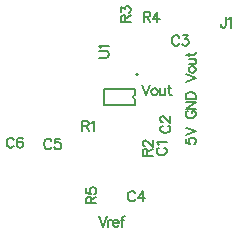
<source format=gto>
G04*
G04 #@! TF.GenerationSoftware,Altium Limited,Altium Designer,18.1.11 (251)*
G04*
G04 Layer_Color=65535*
%FSLAX25Y25*%
%MOIN*%
G70*
G01*
G75*
%ADD10C,0.00787*%
%ADD11C,0.00620*%
D10*
X57284Y49951D02*
G03*
X57284Y48671I0J-640D01*
G01*
X58544Y56811D02*
G03*
X58544Y56811I-379J0D01*
G01*
X57284Y49951D02*
Y51831D01*
Y46791D02*
Y48671D01*
X47047Y46791D02*
X57284D01*
X47047D02*
Y51831D01*
X57284D01*
D11*
X45391Y9531D02*
X46686Y6132D01*
X47981Y9531D02*
X46686Y6132D01*
X48418Y8398D02*
Y6132D01*
Y7427D02*
X48580Y7912D01*
X48904Y8236D01*
X49227Y8398D01*
X49713D01*
X50020Y7427D02*
X51963D01*
Y7750D01*
X51801Y8074D01*
X51639Y8236D01*
X51315Y8398D01*
X50830D01*
X50506Y8236D01*
X50182Y7912D01*
X50020Y7427D01*
Y7103D01*
X50182Y6617D01*
X50506Y6294D01*
X50830Y6132D01*
X51315D01*
X51639Y6294D01*
X51963Y6617D01*
X53986Y9531D02*
X53663D01*
X53339Y9369D01*
X53177Y8884D01*
Y6132D01*
X52691Y8398D02*
X53824D01*
X59853Y53271D02*
X61148Y49872D01*
X62443Y53271D02*
X61148Y49872D01*
X63690Y52138D02*
X63366Y51976D01*
X63042Y51652D01*
X62880Y51167D01*
Y50843D01*
X63042Y50358D01*
X63366Y50034D01*
X63690Y49872D01*
X64175D01*
X64499Y50034D01*
X64823Y50358D01*
X64985Y50843D01*
Y51167D01*
X64823Y51652D01*
X64499Y51976D01*
X64175Y52138D01*
X63690D01*
X65729D02*
Y50519D01*
X65891Y50034D01*
X66215Y49872D01*
X66700D01*
X67024Y50034D01*
X67510Y50519D01*
Y52138D02*
Y49872D01*
X68886Y53271D02*
Y50519D01*
X69047Y50034D01*
X69371Y49872D01*
X69695D01*
X68400Y52138D02*
X69533D01*
X74288Y35451D02*
Y33832D01*
X75745Y33671D01*
X75583Y33832D01*
X75421Y34318D01*
Y34804D01*
X75583Y35289D01*
X75906Y35613D01*
X76392Y35775D01*
X76716D01*
X77201Y35613D01*
X77525Y35289D01*
X77687Y34804D01*
Y34318D01*
X77525Y33832D01*
X77363Y33671D01*
X77040Y33509D01*
X74288Y36536D02*
X77687Y37831D01*
X74288Y39126D02*
X77687Y37831D01*
X75097Y44662D02*
X74773Y44500D01*
X74450Y44176D01*
X74288Y43852D01*
Y43205D01*
X74450Y42881D01*
X74773Y42557D01*
X75097Y42395D01*
X75583Y42234D01*
X76392D01*
X76878Y42395D01*
X77201Y42557D01*
X77525Y42881D01*
X77687Y43205D01*
Y43852D01*
X77525Y44176D01*
X77201Y44500D01*
X76878Y44662D01*
X76392D01*
Y43852D02*
Y44662D01*
X74288Y45439D02*
X77687D01*
X74288D02*
X77687Y47705D01*
X74288D02*
X77687D01*
X74288Y48644D02*
X77687D01*
X74288D02*
Y49777D01*
X74450Y50262D01*
X74773Y50586D01*
X75097Y50748D01*
X75583Y50910D01*
X76392D01*
X76878Y50748D01*
X77201Y50586D01*
X77525Y50262D01*
X77687Y49777D01*
Y48644D01*
X74288Y54342D02*
X77687Y55636D01*
X74288Y56931D02*
X77687Y55636D01*
X75421Y58178D02*
X75583Y57854D01*
X75906Y57530D01*
X76392Y57368D01*
X76716D01*
X77201Y57530D01*
X77525Y57854D01*
X77687Y58178D01*
Y58663D01*
X77525Y58987D01*
X77201Y59311D01*
X76716Y59473D01*
X76392D01*
X75906Y59311D01*
X75583Y58987D01*
X75421Y58663D01*
Y58178D01*
Y60217D02*
X77040D01*
X77525Y60379D01*
X77687Y60703D01*
Y61189D01*
X77525Y61512D01*
X77040Y61998D01*
X75421D02*
X77687D01*
X74288Y63374D02*
X77040D01*
X77525Y63536D01*
X77687Y63859D01*
Y64183D01*
X75421Y62888D02*
Y64021D01*
X87684Y75833D02*
Y73244D01*
X87522Y72758D01*
X87360Y72596D01*
X87037Y72434D01*
X86713D01*
X86389Y72596D01*
X86227Y72758D01*
X86066Y73244D01*
Y73567D01*
X88558Y75186D02*
X88882Y75348D01*
X89368Y75833D01*
Y72434D01*
X57475Y17150D02*
X57313Y17474D01*
X56990Y17798D01*
X56666Y17959D01*
X56018D01*
X55695Y17798D01*
X55371Y17474D01*
X55209Y17150D01*
X55047Y16665D01*
Y15855D01*
X55209Y15370D01*
X55371Y15046D01*
X55695Y14722D01*
X56018Y14560D01*
X56666D01*
X56990Y14722D01*
X57313Y15046D01*
X57475Y15370D01*
X60049Y17959D02*
X58430Y15693D01*
X60858D01*
X60049Y17959D02*
Y14560D01*
X60265Y77684D02*
Y74285D01*
Y77684D02*
X61721D01*
X62207Y77522D01*
X62369Y77360D01*
X62531Y77036D01*
Y76713D01*
X62369Y76389D01*
X62207Y76227D01*
X61721Y76065D01*
X60265D01*
X61398D02*
X62531Y74285D01*
X64910Y77684D02*
X63292Y75418D01*
X65720D01*
X64910Y77684D02*
Y74285D01*
X45348Y62363D02*
X47776D01*
X48261Y62525D01*
X48585Y62849D01*
X48747Y63334D01*
Y63658D01*
X48585Y64144D01*
X48261Y64467D01*
X47776Y64629D01*
X45348D01*
X45995Y65568D02*
X45833Y65892D01*
X45348Y66377D01*
X48747D01*
X41135Y13849D02*
X44534D01*
X41135D02*
Y15306D01*
X41297Y15792D01*
X41459Y15954D01*
X41783Y16116D01*
X42106D01*
X42430Y15954D01*
X42592Y15792D01*
X42754Y15306D01*
Y13849D01*
Y14983D02*
X44534Y16116D01*
X41135Y18819D02*
Y17200D01*
X42592Y17038D01*
X42430Y17200D01*
X42268Y17686D01*
Y18171D01*
X42430Y18657D01*
X42754Y18981D01*
X43239Y19143D01*
X43563D01*
X44049Y18981D01*
X44372Y18657D01*
X44534Y18171D01*
Y17686D01*
X44372Y17200D01*
X44210Y17038D01*
X43887Y16876D01*
X52631Y74322D02*
X56030D01*
X52631D02*
Y75779D01*
X52793Y76264D01*
X52955Y76426D01*
X53278Y76588D01*
X53602D01*
X53926Y76426D01*
X54088Y76264D01*
X54250Y75779D01*
Y74322D01*
Y75455D02*
X56030Y76588D01*
X52631Y77673D02*
Y79453D01*
X53926Y78482D01*
Y78968D01*
X54088Y79291D01*
X54250Y79453D01*
X54735Y79615D01*
X55059D01*
X55545Y79453D01*
X55869Y79129D01*
X56030Y78644D01*
Y78158D01*
X55869Y77673D01*
X55707Y77511D01*
X55383Y77349D01*
X59954Y29716D02*
X63353D01*
X59954D02*
Y31172D01*
X60116Y31658D01*
X60278Y31820D01*
X60601Y31982D01*
X60925D01*
X61249Y31820D01*
X61411Y31658D01*
X61573Y31172D01*
Y29716D01*
Y30849D02*
X63353Y31982D01*
X60763Y32904D02*
X60601D01*
X60278Y33066D01*
X60116Y33228D01*
X59954Y33552D01*
Y34199D01*
X60116Y34523D01*
X60278Y34685D01*
X60601Y34847D01*
X60925D01*
X61249Y34685D01*
X61734Y34361D01*
X63353Y32743D01*
Y35009D01*
X39814Y41267D02*
Y37867D01*
Y41267D02*
X41271D01*
X41757Y41105D01*
X41918Y40943D01*
X42080Y40619D01*
Y40295D01*
X41918Y39972D01*
X41757Y39810D01*
X41271Y39648D01*
X39814D01*
X40947D02*
X42080Y37867D01*
X42841Y40619D02*
X43165Y40781D01*
X43650Y41267D01*
Y37867D01*
X17047Y34906D02*
X16885Y35230D01*
X16561Y35554D01*
X16237Y35715D01*
X15590D01*
X15266Y35554D01*
X14942Y35230D01*
X14780Y34906D01*
X14618Y34420D01*
Y33611D01*
X14780Y33125D01*
X14942Y32802D01*
X15266Y32478D01*
X15590Y32316D01*
X16237D01*
X16561Y32478D01*
X16885Y32802D01*
X17047Y33125D01*
X19944Y35230D02*
X19782Y35554D01*
X19297Y35715D01*
X18973D01*
X18487Y35554D01*
X18164Y35068D01*
X18002Y34259D01*
Y33449D01*
X18164Y32802D01*
X18487Y32478D01*
X18973Y32316D01*
X19135D01*
X19620Y32478D01*
X19944Y32802D01*
X20106Y33287D01*
Y33449D01*
X19944Y33935D01*
X19620Y34259D01*
X19135Y34420D01*
X18973D01*
X18487Y34259D01*
X18164Y33935D01*
X18002Y33449D01*
X29564Y34512D02*
X29402Y34836D01*
X29078Y35160D01*
X28755Y35322D01*
X28107D01*
X27784Y35160D01*
X27460Y34836D01*
X27298Y34512D01*
X27136Y34027D01*
Y33217D01*
X27298Y32732D01*
X27460Y32408D01*
X27784Y32084D01*
X28107Y31922D01*
X28755D01*
X29078Y32084D01*
X29402Y32408D01*
X29564Y32732D01*
X32462Y35322D02*
X30843D01*
X30681Y33865D01*
X30843Y34027D01*
X31328Y34189D01*
X31814D01*
X32300Y34027D01*
X32623Y33703D01*
X32785Y33217D01*
Y32894D01*
X32623Y32408D01*
X32300Y32084D01*
X31814Y31922D01*
X31328D01*
X30843Y32084D01*
X30681Y32246D01*
X30519Y32570D01*
X72162Y69040D02*
X72001Y69364D01*
X71677Y69687D01*
X71353Y69849D01*
X70706D01*
X70382Y69687D01*
X70058Y69364D01*
X69896Y69040D01*
X69734Y68554D01*
Y67745D01*
X69896Y67259D01*
X70058Y66936D01*
X70382Y66612D01*
X70706Y66450D01*
X71353D01*
X71677Y66612D01*
X72001Y66936D01*
X72162Y67259D01*
X73441Y69849D02*
X75222D01*
X74251Y68554D01*
X74736D01*
X75060Y68392D01*
X75222Y68230D01*
X75384Y67745D01*
Y67421D01*
X75222Y66936D01*
X74898Y66612D01*
X74413Y66450D01*
X73927D01*
X73441Y66612D01*
X73279Y66774D01*
X73118Y67098D01*
X66590Y39761D02*
X66266Y39599D01*
X65943Y39275D01*
X65781Y38952D01*
Y38304D01*
X65943Y37980D01*
X66266Y37657D01*
X66590Y37495D01*
X67076Y37333D01*
X67885D01*
X68371Y37495D01*
X68694Y37657D01*
X69018Y37980D01*
X69180Y38304D01*
Y38952D01*
X69018Y39275D01*
X68694Y39599D01*
X68371Y39761D01*
X66590Y40878D02*
X66428D01*
X66104Y41040D01*
X65943Y41201D01*
X65781Y41525D01*
Y42173D01*
X65943Y42496D01*
X66104Y42658D01*
X66428Y42820D01*
X66752D01*
X67076Y42658D01*
X67561Y42335D01*
X69180Y40716D01*
Y42982D01*
X65448Y32379D02*
X65124Y32217D01*
X64801Y31894D01*
X64639Y31570D01*
Y30922D01*
X64801Y30599D01*
X65124Y30275D01*
X65448Y30113D01*
X65934Y29951D01*
X66743D01*
X67229Y30113D01*
X67553Y30275D01*
X67876Y30599D01*
X68038Y30922D01*
Y31570D01*
X67876Y31894D01*
X67553Y32217D01*
X67229Y32379D01*
X65286Y33334D02*
X65124Y33658D01*
X64639Y34143D01*
X68038D01*
M02*

</source>
